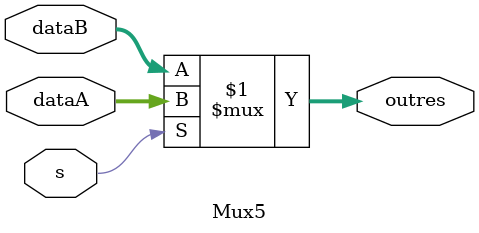
<source format=v>
module Mux5(dataA,dataB,s,outres);
  parameter Size =5;
  input [Size-1:0] dataA,dataB; 
  input s; 
  output [Size-1:0] outres;
  
  
	assign outres = (s)?dataA:dataB;
endmodule

</source>
